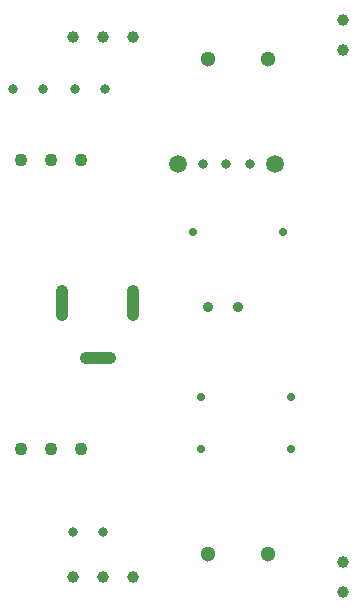
<source format=gbr>
%TF.GenerationSoftware,KiCad,Pcbnew,9.0.2*%
%TF.CreationDate,2025-06-14T22:12:18+08:00*%
%TF.ProjectId,Breadboard Power Supply,42726561-6462-46f6-9172-6420506f7765,1*%
%TF.SameCoordinates,Original*%
%TF.FileFunction,Plated,1,2,PTH,Mixed*%
%TF.FilePolarity,Positive*%
%FSLAX46Y46*%
G04 Gerber Fmt 4.6, Leading zero omitted, Abs format (unit mm)*
G04 Created by KiCad (PCBNEW 9.0.2) date 2025-06-14 22:12:18*
%MOMM*%
%LPD*%
G01*
G04 APERTURE LIST*
%TA.AperFunction,ComponentDrill*%
%ADD10C,0.700000*%
%TD*%
%TA.AperFunction,ComponentDrill*%
%ADD11C,0.800000*%
%TD*%
%TA.AperFunction,ComponentDrill*%
%ADD12C,0.900000*%
%TD*%
G04 aperture for slot hole*
%TA.AperFunction,ComponentDrill*%
%ADD13C,1.000000*%
%TD*%
%TA.AperFunction,ComponentDrill*%
%ADD14C,1.000000*%
%TD*%
%TA.AperFunction,ComponentDrill*%
%ADD15C,1.100000*%
%TD*%
%TA.AperFunction,ComponentDrill*%
%ADD16C,1.300000*%
%TD*%
%TA.AperFunction,ComponentDrill*%
%ADD17C,1.500000*%
%TD*%
G04 APERTURE END LIST*
D10*
%TO.C,R2*%
X137795000Y-81915000D03*
%TO.C,R3*%
X138430000Y-95885000D03*
%TO.C,R1*%
X138430000Y-100330000D03*
%TO.C,R2*%
X145415000Y-81915000D03*
%TO.C,R3*%
X146050000Y-95885000D03*
%TO.C,R1*%
X146050000Y-100330000D03*
D11*
%TO.C,C2*%
X122555000Y-69850000D03*
X125055000Y-69850000D03*
%TO.C,C3*%
X127635000Y-107315000D03*
%TO.C,C1*%
X127802000Y-69850000D03*
%TO.C,C3*%
X130135000Y-107315000D03*
%TO.C,C1*%
X130302000Y-69850000D03*
%TO.C,S1*%
X138590000Y-76200000D03*
X140590000Y-76200000D03*
X142590000Y-76200000D03*
D12*
%TO.C,D1*%
X139065000Y-88265000D03*
X141605000Y-88265000D03*
D13*
%TO.C,J6*%
X126715000Y-88942500D02*
X126715000Y-86942500D01*
D14*
%TO.C,J3*%
X127635000Y-65405000D03*
%TO.C,J4*%
X127635000Y-111125000D03*
D13*
%TO.C,J6*%
X130715000Y-92642500D02*
X128715000Y-92642500D01*
D14*
%TO.C,J3*%
X130175000Y-65405000D03*
%TO.C,J4*%
X130175000Y-111125000D03*
%TO.C,J3*%
X132715000Y-65405000D03*
D13*
%TO.C,J6*%
X132715000Y-88942500D02*
X132715000Y-86942500D01*
D14*
%TO.C,J4*%
X132715000Y-111125000D03*
%TO.C,J1*%
X150495000Y-64028400D03*
X150495000Y-66568400D03*
%TO.C,J2*%
X150495000Y-109850000D03*
X150495000Y-112390000D03*
D15*
%TO.C,U1*%
X123190000Y-75880000D03*
%TO.C,U2*%
X123190000Y-100330000D03*
%TO.C,U1*%
X125730000Y-75880000D03*
%TO.C,U2*%
X125730000Y-100330000D03*
%TO.C,U1*%
X128270000Y-75880000D03*
%TO.C,U2*%
X128270000Y-100330000D03*
D16*
%TO.C,J5*%
X139065000Y-67310000D03*
%TO.C,J7*%
X139065000Y-109220000D03*
%TO.C,J5*%
X144145000Y-67310000D03*
%TO.C,J7*%
X144145000Y-109220000D03*
D17*
%TO.C,S1*%
X136490000Y-76200000D03*
X144690000Y-76200000D03*
M02*

</source>
